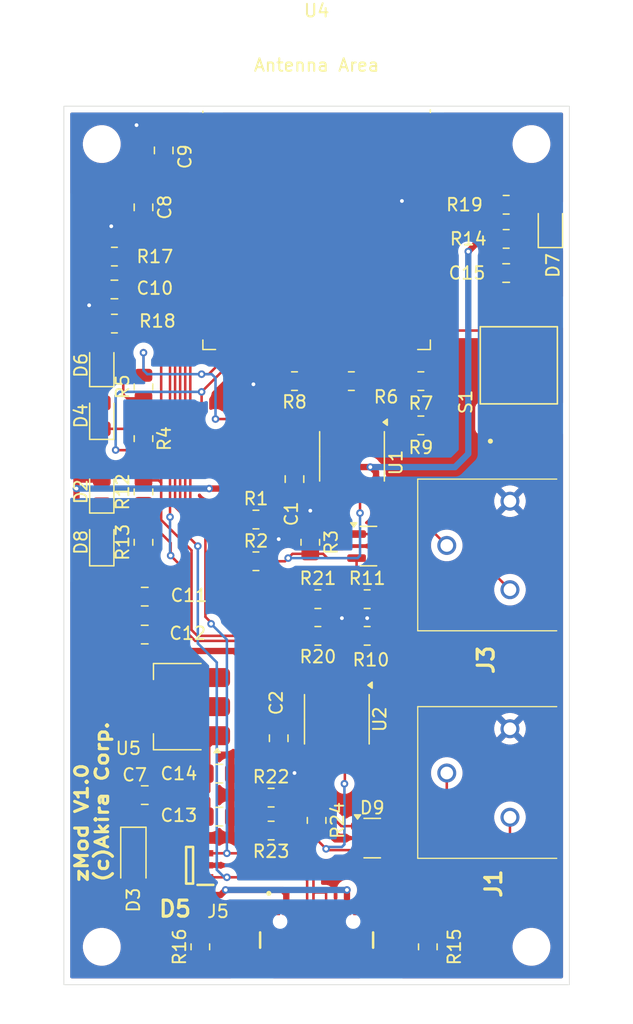
<source format=kicad_pcb>
(kicad_pcb (version 20241229) (generator "pcbnew") (generator_version "9.0")
  (layers (0 "F.Cu" signal) (2 "B.Cu" signal) (13 "F.Paste" user) (15 "B.Paste" user) (5 "F.SilkS" user "F.Silkscreen") (7 "B.SilkS" user "B.Silkscreen") (1 "F.Mask" user) (3 "B.Mask" user) (25 "Edge.Cuts" user))
  (net 0 "")
  (net 1 "GND")
  (net 2 "+5V")
  (net 3 "+3.3V")
  (net 7 "Net-(U4-EN{slash}CHIP_PU)")
  (net 8 "VBUS")
  (net 9 "USB+")
  (net 10 "USB-")
  (net 11 "Net-(U4-GPIO8)")
  (net 12 "Net-(U4-GPIO9)")
  (net 13 "Net-(D7-A)")
  (net 14 "Net-(U4-GPIO23)")
  (net 17 "Net-(J5-CC1)")
  (net 18 "Net-(J5-CC2)")
  (net 20 "Net-(D1-A1)")
  (net 21 "Net-(D1-A2)")
  (net 22 "Net-(D2-K)")
  (net 23 "Net-(D4-K)")
  (net 25 "Net-(D6-K)")
  (net 26 "Net-(D8-K)")
  (net 27 "Net-(D9-A2)")
  (net 28 "Net-(D9-A1)")
  (net 29 "RXD_0")
  (net 30 "TXD_0")
  (net 31 "RTS_0")
  (net 32 "Net-(U1-~{RE})")
  (net 33 "DSR_0")
  (net 34 "Net-(U2-~{RE})")
  (net 35 "DSR_1")
  (net 36 "TXD_1")
  (net 37 "RXD_1")
  (net 38 "RTS_1")
  (footprint "Capacitor_SMD:C_0805_2012Metric" (layer "F.Cu") (at 72.3 163.3)
    (property "Reference" "C14")
    (property "Value" "100nF 25V")
  )
  (footprint "Capacitor_SMD:C_0805_2012Metric" (layer "F.Cu") (at 95 123.7)
    (property "Reference" "C15")
    (property "Value" "100nF 25V")
  )
  (footprint "Resistor_SMD:R_0805_2012Metric" (layer "F.Cu") (at 88.25 132.25)
    (property "Reference" "R7")
    (property "Value" "0R")
  )
  (footprint "Resistor_SMD:R_0805_2012Metric" (layer "F.Cu") (at 80.1 152.4 180)
    (property "Reference" "R20")
    (property "Value" "0R")
  )
  (footprint "Resistor_SMD:R_0805_2012Metric" (layer "F.Cu") (at 75.2 143.2)
    (property "Reference" "R1")
    (property "Value" "10k")
  )
  (footprint "Diode_SMD:D_0805_2012Metric" (layer "F.Cu") (at 98.5 120 90)
    (property "Reference" "D7")
    (property "Value" "Red 1.8V 2mA")
  )
  (footprint "zVMCFootprints:CUI switch SW_TS07-667-30-BK-100-SMT-TR" (layer "F.Cu") (at 96 131 90)
    (property "Reference" "S1")
    (property "Value" "TS07-667-30-BK-100-SMT-TR")
  )
  (footprint "MountingHole:MountingHole_2.5mm" (layer "F.Cu") (at 63 113.5)
    (property "Reference" "REF**")
    (property "Value" "MountingHole_2.5mm")
  )
  (footprint "Resistor_SMD:R_0805_2012Metric" (layer "F.Cu") (at 95 121 180)
    (property "Reference" "R14")
    (property "Value" "10k 1%")
  )
  (footprint "Package_SO:SOIC-8_3.9x4.9mm_P1.27mm" (layer "F.Cu") (at 82.8 138.2 -90)
    (property "Reference" "U1")
    (property "Value" "MAX3485")
  )
  (footprint "Capacitor_SMD:C_0805_2012Metric" (layer "F.Cu") (at 66.4 165 180)
    (property "Reference" "C7")
    (property "Value" "10µF 25V")
  )
  (footprint "Capacitor_SMD:C_0805_2012Metric" (layer "F.Cu") (at 77 160.5 -90)
    (property "Reference" "C2")
    (property "Value" "100nF 25V")
  )
  (footprint "MountingHole:MountingHole_2.5mm" (layer "F.Cu") (at 63 177)
    (property "Reference" "REF**")
    (property "Value" "MountingHole_2.5mm")
  )
  (footprint "Package_TO_SOT_SMD:SOT-23" (layer "F.Cu") (at 84.1 145.3)
    (property "Reference" "D1" (hide yes))
    (property "Value" "CDSOT23-SM712")
  )
  (footprint "Diode_SMD:D_0805_2012Metric_Pad1.15x1.40mm_HandSolder" (layer "F.Cu") (at 63 135 90)
    (property "Reference" "D4")
    (property "Value" "Yellow 1.8V 2mA")
  )
  (footprint "Resistor_SMD:R_0805_2012Metric" (layer "F.Cu") (at 95 118.3)
    (property "Reference" "R19")
    (property "Value" "750R")
  )
  (footprint "Capacitor_SMD:C_0805_2012Metric" (layer "F.Cu") (at 66.3 118.5 -90)
    (property "Reference" "C8")
    (property "Value" "10µF 25V")
  )
  (footprint "Resistor_SMD:R_0805_2012Metric" (layer "F.Cu") (at 76.4 165.2)
    (property "Reference" "R22")
    (property "Value" "10k")
  )
  (footprint "Capacitor_SMD:C_0805_2012Metric" (layer "F.Cu") (at 66.4 149.3 180)
    (property "Reference" "C11")
    (property "Value" "10µF 25V")
  )
  (footprint "Resistor_SMD:R_0805_2012Metric" (layer "F.Cu") (at 66.3 141.0125 90)
    (property "Reference" "R12")
    (property "Value" "330R")
  )
  (footprint "Capacitor_SMD:C_0805_2012Metric" (layer "F.Cu") (at 72.3 166.7)
    (property "Reference" "C13")
    (property "Value" "10µF 25V")
  )
  (footprint "Diode_SMD:D_0805_2012Metric" (layer "F.Cu") (at 63 141 90)
    (property "Reference" "D2")
    (property "Value" "Green 1.8V 2mA")
  )
  (footprint "zVMCFootprints:SOT95P275X110-6N" (layer "F.Cu") (at 69.95 170.55 180)
    (property "Reference" "D5")
    (property "Value" "BZA408B,125" (hide yes))
  )
  (footprint "Resistor_SMD:R_0805_2012Metric" (layer "F.Cu") (at 78.25 132.25 180)
    (property "Reference" "R8")
    (property "Value" "0R")
  )
  (footprint "Resistor_SMD:R_0805_2012Metric" (layer "F.Cu") (at 80 167 -90)
    (property "Reference" "R24")
    (property "Value" "120R")
  )
  (footprint "Resistor_SMD:R_0805_2012Metric" (layer "F.Cu") (at 64 127.7 180)
    (property "Reference" "R18")
    (property "Value" "10k 1%")
  )
  (footprint "Package_TO_SOT_SMD:SOT-23" (layer "F.Cu") (at 84.4 168.4)
    (property "Reference" "D9")
    (property "Value" "CDSOT23-SM712")
  )
  (footprint "Diode_SMD:D_SOD-123" (layer "F.Cu") (at 65.5 169.9 -90)
    (property "Reference" "D3")
    (property "Value" "1N5819HW-7-F")
  )
  (footprint "Resistor_SMD:R_0805_2012Metric" (layer "F.Cu") (at 88.25 135.75)
    (property "Reference" "R9")
    (property "Value" "0R")
  )
  (footprint "Capacitor_SMD:C_0805_2012Metric" (layer "F.Cu") (at 66.4 152.3 180)
    (property "Reference" "C12")
    (property "Value" "100nF 25V")
  )
  (footprint "Resistor_SMD:R_0805_2012Metric" (layer "F.Cu") (at 84 152.4)
    (property "Reference" "R10")
    (property "Value" "0R")
  )
  (footprint "Diode_SMD:D_0805_2012Metric" (layer "F.Cu") (at 63 131 90)
    (property "Reference" "D6")
    (property "Value" "Green 1.8V 2mA")
  )
  (footprint "MountingHole:MountingHole_2.5mm" (layer "F.Cu") (at 97 177)
    (property "Reference" "REF**")
    (property "Value" "MountingHole_2.5mm")
  )
  (footprint "Capacitor_SMD:C_0805_2012Metric" (layer "F.Cu") (at 78.25 140 -90)
    (property "Reference" "C1")
    (property "Value" "100nF 25V")
  )
  (footprint "Resistor_SMD:R_0805_2012Metric" (layer "F.Cu") (at 80.1 149.5)
    (property "Reference" "R21")
    (property "Value" "0R")
  )
  (footprint "MountingHole:MountingHole_2.5mm" (layer "F.Cu") (at 97 113.5)
    (property "Reference" "REF**")
    (property "Value" "MountingHole_2.5mm")
  )
  (footprint "Capacitor_SMD:C_0805_2012Metric" (layer "F.Cu") (at 64 125 180)
    (property "Reference" "C10")
    (property "Value" "1µF 16V")
  )
  (footprint "zVMCFootprints:Phoenix Contact PTSA 3" (layer "F.Cu") (at 94 146 90)
    (property "Reference" "J3")
    (property "Value" "PTSA 1.5/3-3.5-Z" (hide yes))
  )
  (footprint "Diode_SMD:D_0805_2012Metric_Pad1.15x1.40mm_HandSolder" (layer "F.Cu") (at 63 145 90)
    (property "Reference" "D8")
    (property "Value" "Yellow 1.8V 2mA")
  )
  (footprint "Package_SO:SOIC-8_3.9x4.9mm_P1.27mm" (layer "F.Cu") (at 81.6 159 -90)
    (property "Reference" "U2")
    (property "Value" "MAX3485")
  )
  (footprint "Package_TO_SOT_SMD:SOT-223-3_TabPin2" (layer "F.Cu") (at 69 158 180)
    (property "Reference" "U5")
    (property "Value" "MCP1826S-3302E/DB")
  )
  (footprint "Resistor_SMD:R_0805_2012Metric" (layer "F.Cu") (at 66.3 145 90)
    (property "Reference" "R13")
    (property "Value" "750R")
  )
  (footprint "Resistor_SMD:R_0805_2012Metric" (layer "F.Cu") (at 82.75 132.25 180)
    (property "Reference" "R6")
    (property "Value" "0R")
  )
  (footprint "Resistor_SMD:R_0805_2012Metric" (layer "F.Cu") (at 75.2 146.5 180)
    (property "Reference" "R2")
    (property "Value" "10k")
  )
  (footprint "Resistor_SMD:R_0805_2012Metric" (layer "F.Cu") (at 84 149.5)
    (property "Reference" "R11")
    (property "Value" "0R")
  )
  (footprint "Resistor_SMD:R_0805_2012Metric" (layer "F.Cu") (at 76.4 167.8 180)
    (property "Reference" "R23")
    (property "Value" "10k")
  )
  (footprint "zVMCFootprints:GCT_USB4110GFA" (layer "F.Cu") (at 80 175)
    (property "Reference" "J5")
    (property "Value" "USB4110GFA")
  )
  (footprint "Resistor_SMD:R_0805_2012Metric" (layer "F.Cu") (at 70.8 177 90)
    (property "Reference" "R16")
    (property "Value" "5.1k 1%")
  )
  (footprint "Resistor_SMD:R_0805_2012Metric" (layer "F.Cu") (at 66.3 132.7 90)
    (property "Reference" "R5")
    (property "Value" "330R")
  )
  (footprint "zVMCFootprints:ESP32-C6-WROOM-1" (layer "F.Cu") (at 80 120)
    (property "Reference" "U4")
    (property "Value" "ESP32-C6-WROOM-1")
  )
  (footprint "Resistor_SMD:R_0805_2012Metric" (layer "F.Cu") (at 88.8 177 90)
    (property "Reference" "R15")
    (property "Value" "5.1k 1%")
  )
  (footprint "Capacitor_SMD:C_0805_2012Metric" (layer "F.Cu") (at 67.9 114 -90)
    (property "Reference" "C9")
    (property "Value" "100nF 25V")
  )
  (footprint "Resistor_SMD:R_0805_2012Metric" (layer "F.Cu") (at 66.3 136.8 -90)
    (property "Reference" "R4")
    (property "Value" "750R")
  )
  (footprint "Resistor_SMD:R_0805_2012Metric" (layer "F.Cu") (at 64 122.4 180)
    (property "Reference" "R17")
    (property "Value" "10k 1%")
  )
  (footprint "zVMCFootprints:Phoenix Contact PTSA 3" (layer "F.Cu") (at 94 164 90)
    (property "Reference" "J1")
    (property "Value" "PTSA 1.5/3-3.5-Z" (hide yes))
  )
  (footprint "Resistor_SMD:R_0805_2012Metric" (layer "F.Cu") (at 79.5 145 -90)
    (property "Reference" "R3")
    (property "Value" "120R")
  )
  (gr_rect (start 60 110.5) (end 100 180) (stroke (width 0.05)) (fill no) (layer "Edge.Cuts"))
  (gr_text "zMod V1.0\n(c)Akira Corp." (at 63.6 172 90) (layer "F.SilkS") (effects (font (size 1 1.2) (thickness 0.25) (bold yes)) (justify left bottom)))
  (segment (start 84.535 173.925) (end 85.11 174.5) (width 0.5) (layer "F.Cu") (net 1))
  (segment (start 83.2 173.925) (end 84.535 173.925) (width 0.5) (layer "F.Cu") (net 1))
  (segment (start 75.225 173.925) (end 76.8 173.925) (width 0.5) (layer "F.Cu") (net 1))
  (segment (start 74.89 174.26) (end 75.225 173.925) (width 0.5) (layer "F.Cu") (net 1))
  (segment (start 74.89 174.5) (end 74.89 174.26) (width 0.5) (layer "F.Cu") (net 1))
  (via (at 65.75 112) (size 0.6) (drill 0.3) (layers "F.Cu" "B.Cu") (net 1))
  (via (at 82 151) (size 0.6) (drill 0.3) (layers "F.Cu" "B.Cu") (net 1))
  (via (at 84 151) (size 0.6) (drill 0.3) (layers "F.Cu" "B.Cu") (net 1))
  (via (at 77 144.75) (size 0.6) (drill 0.3) (layers "F.Cu" "B.Cu") (net 1))
  (via (at 63.75 120) (size 0.6) (drill 0.3) (layers "F.Cu" "B.Cu") (net 1))
  (via (at 79.5 142.5) (size 0.6) (drill 0.3) (layers "F.Cu" "B.Cu") (net 1))
  (via (at 75 132.5) (size 0.6) (drill 0.3) (layers "F.Cu" "B.Cu") (net 1))
  (via (at 86.75 118) (size 0.6) (drill 0.3) (layers "F.Cu" "B.Cu") (net 1))
  (via (at 78.25 163.25) (size 0.6) (drill 0.3) (layers "F.Cu" "B.Cu") (net 1))
  (via (at 62 126.25) (size 0.6) (drill 0.3) (layers "F.Cu" "B.Cu") (net 1))
  (segment (start 65.5 168.25) (end 66.55 168.25) (width 0.5) (layer "F.Cu") (net 2))
  (segment (start 71.35 161.1) (end 72.15 160.3) (width 0.5) (layer "F.Cu") (net 2))
  (segment (start 71 165) (end 71.35 164.65) (width 0.5) (layer "F.Cu") (net 2))
  (segment (start 66.55 168.25) (end 67.35 167.45) (width 0.5) (layer "F.Cu") (net 2))
  (segment (start 67.35 167.45) (end 67.35 165) (width 0.5) (layer "F.Cu") (net 2))
  (segment (start 71.35 164.65) (end 71.35 163.3) (width 0.5) (layer "F.Cu") (net 2))
  (segment (start 71.35 165.35) (end 71.35 166.7) (width 0.5) (layer "F.Cu") (net 2))
  (segment (start 71.35 163.3) (end 71.35 161.1) (width 0.5) (layer "F.Cu") (net 2))
  (segment (start 67.35 165) (end 71 165) (width 0.5) (layer "F.Cu") (net 2))
  (segment (start 71 165) (end 71.35 165.35) (width 0.5) (layer "F.Cu") (net 2))
  (segment (start 84.25 139.05) (end 84.3 139.05) (width 0.5) (layer "F.Cu") (net 3))
  (segment (start 68.8 149.8) (end 68.3 149.3) (width 0.5) (layer "F.Cu") (net 3))
  (segment (start 68.8 153.3) (end 68.8 149.8) (width 0.5) (layer "F.Cu") (net 3))
  (segment (start 68.3 149.3) (end 67.35 149.3) (width 0.5) (layer "F.Cu") (net 3))
  (segment (start 74.35 159.55) (end 74.3 159.5) (width 0.5) (layer "F.Cu") (net 3))
  (segment (start 61.025 140.0375) (end 61 140.0125) (width 0.5) (layer "F.Cu") (net 3))
  (segment (start 83.505 159.805) (end 83.505 161.475) (width 0.5) (layer "F.Cu") (net 3))
  (segment (start 74.3 159.5) (end 74.2 159.6) (width 0.5) (layer "F.Cu") (net 3))
  (segment (start 61 140.0125) (end 61 143.9) (width 0.5) (layer "F.Cu") (net 3))
  (segment (start 74.2 159.6) (end 74.2 154.3) (width 0.5) (layer "F.Cu") (net 3))
  (segment (start 75.4875 162.3875) (end 74.2 161.1) (width 0.5) (layer "F.Cu") (net 3))
  (segment (start 72.15 155.7) (end 69.4 155.7) (width 0.5) (layer "F.Cu") (net 3))
  (segment (start 61 127.8) (end 61 122.3) (width 0.5) (layer "F.Cu") (net 3))
  (segment (start 74.2875 140.75) (end 74.2875 139.7125) (width 0.5) (layer "F.Cu") (net 3))
  (segment (start 61.075 143.975) (end 61 143.9) (width 0.5) (layer "F.Cu") (net 3))
  (segment (start 67.35 149.4) (end 67.45 149.3) (width 0.5) (layer "F.Cu") (net 3))
  (segment (start 66.3 113.6) (end 66.85 113.05) (width 0.5) (layer "F.Cu") (net 3))
  (segment (start 63 130.0625) (end 61.0375 130.0625) (width 0.5) (layer "F.Cu") (net 3))
  (segment (start 67 147.8) (end 67.35 148.15) (width 0.5) (layer "F.Cu") (net 3))
  (segment (start 63 133.975) (end 61.075 133.975) (width 0.5) (layer "F.Cu") (net 3))
  (segment (start 74.2 154.3) (end 73.5 153.6) (width 0.5) (layer "F.Cu") (net 3))
  (segment (start 83.25 159.55) (end 77 159.55) (width 0.5) (layer "F.Cu") (net 3))
  (segment (start 61.5 147.8) (end 67 147.8) (width 0.5) (layer "F.Cu") (net 3))
  (segment (start 67.35 148.15) (end 67.35 149.3) (width 0.5) (layer "F.Cu") (net 3))
  (segment (start 61 143.9) (end 61 147.3) (width 0.5) (layer "F.Cu") (net 3))
  (segment (start 61.1 127.7) (end 61 127.8) (width 0.5) (layer "F.Cu") (net 3))
  (segment (start 78.25 139.05) (end 84.25 139.05) (width 0.5) (layer "F.Cu") (net 3))
  (segment (start 61 140.0125) (end 61 133.9) (width 0.5) (layer "F.Cu") (net 3))
  (segment (start 84.705 139.455) (end 84.705 140.675) (width 0.5) (layer "F.Cu") (net 3))
  (segment (start 61.0375 130.0625) (end 61 130.1) (width 0.5) (layer "F.Cu") (net 3))
  (segment (start 61 147.3) (end 61.5 147.8) (width 0.5) (layer "F.Cu") (net 3))
  (segment (start 74.2875 143.2) (end 74.2875 140.75) (width 0.5) (layer "F.Cu") (net 3))
  (segment (start 84.3 139.05) (end 84.705 139.455) (width 0.5) (layer "F.Cu") (net 3))
  (segment (start 67.35 152.3) (end 67.35 149.3) (width 0.5) (layer "F.Cu") (net 3))
  (segment (start 66.3 117.55) (end 66.3 113.6) (width 0.5) (layer "F.Cu") (net 3))
  (segment (start 63 143.975) (end 61.075 143.975) (width 0.5) (layer "F.Cu") (net 3))
  (segment (start 74.2875 139.7125) (end 74.95 139.05) (width 0.5) (layer "F.Cu") (net 3))
  (segment (start 73.5 153.6) (end 69.1 153.6) (width 0.5) (layer "F.Cu") (net 3))
  (segment (start 61.075 133.975) (end 61 133.9) (width 0.5) (layer "F.Cu") (net 3))
  (segment (start 93 121) (end 92.75 121.25) (width 0.5) (layer "F.Cu") (net 3))
  (segment (start 74.2 161.1) (end 74.2 159.6) (width 0.5) (layer "F.Cu") (net 3))
  (segment (start 66.85 113.05) (end 67.9 113.05) (width 0.5) (layer "F.Cu") (net 3))
  (segment (start 61 122.3) (end 61 118.2) (width 0.5) (layer "F.Cu") (net 3))
  (segment (start 94.0875 121) (end 93 121) (width 0.5) (layer "F.Cu") (net 3))
  (segment (start 69.1 153.6) (end 68.8 153.3) (width 0.5) (layer "F.Cu") (net 3))
  (segment (start 63.0875 127.7) (end 61.1 127.7) (width 0.5) (layer "F.Cu") (net 3))
  (segment (start 62.7 140.0375) (end 61.025 140.0375) (width 0.5) (layer "F.Cu") (net 3))
  (segment (start 77 159.55) (end 74.35 159.55) (width 0.5) (layer "F.Cu") (net 3))
  (segment (start 67.9 113.05) (end 71.21 113.05) (width 0.5) (layer "F.Cu") (net 3))
  (segment (start 75.4875 165.2) (end 75.4875 162.3875) (width 0.5) (layer "F.Cu") (net 3))
  (segment (start 61.1 122.4) (end 61 122.3) (width 0.5) (layer "F.Cu") (net 3))
  (segment (start 92.75 121.25) (end 92 122) (width 0.5) (layer "F.Cu") (net 3))
  (segment (start 71.21 113.05) (end 71.25 113.01) (width 0.5) (layer "F.Cu") (net 3))
  (segment (start 61 133.9) (end 61 130.1) (width 0.5) (layer "F.Cu") (net 3))
  (segment (start 61 130.1) (end 61 127.8) (width 0.5) (layer "F.Cu") (net 3))
  (segment (start 63.0875 122.4) (end 61.1 122.4) (width 0.5) (layer "F.Cu") (net 3))
  (segment (start 61 118.2) (end 61.65 117.55) (width 0.5) (layer "F.Cu") (net 3))
  (segment (start 61.65 117.55) (end 66.3 117.55) (width 0.5) (layer "F.Cu") (net 3))
  (segment (start 74.2875 140.75) (end 71.5 140.75) (width 0.5) (layer "F.Cu") (net 3))
  (segment (start 67.35 153.65) (end 67.35 152.3) (width 0.5) (layer "F.Cu") (net 3))
  (segment (start 74.95 139.05) (end 78.25 139.05) (width 0.5) (layer "F.Cu") (net 3))
  (segment (start 83.25 159.55) (end 83.505 159.805) (width 0.5) (layer "F.Cu") (net 3))
  (segment (start 69.4 155.7) (end 67.35 153.65) (width 0.5) (layer "F.Cu") (net 3))
  (via (at 71.5 140.75) (size 0.6) (drill 0.3) (layers "F.Cu" "B.Cu") (net 3))
  (via (at 61 140.75) (size 0.6) (drill 0.3) (layers "F.Cu" "B.Cu") (net 3))
  (via (at 84.25 139.05) (size 0.6) (drill 0.3) (layers "F.Cu" "B.Cu") (net 3))
  (via (at 92 122) (size 0.6) (drill 0.3) (layers "F.Cu" "B.Cu") (net 3))
  (segment (start 71.5 140.75) (end 61 140.75) (width 0.5) (layer "B.Cu") (net 3))
  (segment (start 92 138) (end 92 122) (width 0.5) (layer "B.Cu") (net 3))
  (segment (start 90.95 139.05) (end 92 138) (width 0.5) (layer "B.Cu") (net 3))
  (segment (start 84.25 139.05) (end 90.95 139.05) (width 0.5) (layer "B.Cu") (net 3))
  (segment (start 69.4 114.8) (end 69.4 121.8) (width 0.2) (layer "F.Cu") (net 7))
  (segment (start 69.92 114.28) (end 69.4 114.8) (width 0.2) (layer "F.Cu") (net 7))
  (segment (start 69.4 121.8) (end 68.8 122.4) (width 0.2) (layer "F.Cu") (net 7))
  (segment (start 68.8 122.4) (end 64.9125 122.4) (width 0.2) (layer "F.Cu") (net 7))
  (segment (start 64.9125 122.4) (end 64.9125 124.9625) (width 0.2) (layer "F.Cu") (net 7))
  (segment (start 71.25 114.28) (end 69.92 114.28) (width 0.2) (layer "F.Cu") (net 7))
  (segment (start 64.9125 124.9625) (end 64.95 125) (width 0.2) (layer "F.Cu") (net 7))
  (segment (start 82.4 173.925) (end 82.4 172.5) (width 0.5) (layer "F.Cu") (net 8))
  (segment (start 77.3 172.5) (end 77.6 172.8) (width 0.5) (layer "F.Cu") (net 8))
  (segment (start 72.4 172.9) (end 72.8 172.5) (width 0.5) (layer "F.Cu") (net 8))
  (segment (start 65.55 171.5) (end 65.5 171.55) (width 0.5) (layer "F.Cu") (net 8))
  (segment (start 68.7 171.5) (end 68.7 172.5) (width 0.5) (layer "F.Cu") (net 8))
  (segment (start 68.7 171.5) (end 65.55 171.5) (width 0.5) (layer "F.Cu") (net 8))
  (segment (start 68.7 172.5) (end 69.1 172.9) (width 0.5) (layer "F.Cu") (net 8))
  (segment (start 72.8 172.5) (end 77.3 172.5) (width 0.5) (layer "F.Cu") (net 8))
  (segment (start 69.1 172.9) (end 72.4 172.9) (width 0.5) (layer "F.Cu") (net 8))
  (segment (start 77.6 172.8) (end 77.6 173.925) (width 0.5) (layer "F.Cu") (net 8))
  (via (at 82.4 172.5) (size 0.6) (drill 0.3) (layers "F.Cu" "B.Cu") (net 8))
  (via (at 72.8 172.5) (size 0.6) (drill 0.3) (layers "F.Cu" "B.Cu") (net 8))
  (segment (start 82.4 172.5) (end 72.8 172.5) (width 0.5) (layer "B.Cu") (net 8))
  (segment (start 71.25 128.25) (end 69.352 128.25) (width 0.2) (layer "F.Cu") (net 9))
  (segment (start 72.9 169.6) (end 79.5 169.6) (width 0.2) (layer "F.Cu") (net 9))
  (segment (start 79.75 173.925) (end 79.75 172.8) (width 0.2) (layer "F.Cu") (net 9))
  (segment (start 71.65 151.35) (end 71.65 151.45) (width 0.2) (layer "F.Cu") (net 9))
  (segment (start 80.7 172.7) (end 79.85 172.7) (width 0.2) (layer "F.Cu") (net 9))
  (segment (start 69.202 142) (end 71.2 143.998) (width 0.2) (layer "F.Cu") (net 9))
  (segment (start 71.2 143.998) (end 71.2 150.9) (width 0.2) (layer "F.Cu") (net 9))
  (segment (start 80.75 173.925) (end 80.75 172.75) (width 0.2) (layer "F.Cu") (net 9))
  (segment (start 79.75 169.85) (end 79.75 173.925) (width 0.2) (layer "F.Cu") (net 9))
  (segment (start 79.5 169.6) (end 79.75 169.85) (width 0.2) (layer "F.Cu") (net 9))
  (segment (start 71.2 150.9) (end 71.65 151.35) (width 0.2) (layer "F.Cu") (net 9))
  (segment (start 69.202 128.4) (end 69.202 142) (width 0.2) (layer "F.Cu") (net 9))
  (segment (start 80.75 172.75) (end 80.7 172.7) (width 0.2) (layer "F.Cu") (net 9))
  (segment (start 69.352 128.25) (end 69.202 128.4) (width 0.2) (layer "F.Cu") (net 9))
  (segment (start 79.75 172.8) (end 79.85 172.7) (width 0.2) (layer "F.Cu") (net 9))
  (segment (start 71.2 169.6) (end 72.9 169.6) (width 0.2) (layer "F.Cu") (net 9))
  (via (at 72.9 169.6) (size 0.6) (drill 0.3) (layers "F.Cu" "B.Cu") (net 9))
  (via (at 71.65 151.45) (size 0.6) (drill 0.3) (layers "F.Cu" "B.Cu") (net 9))
  (segment (start 71.65 151.45) (end 72.9 152.7) (width 0.2) (layer "B.Cu") (net 9))
  (segment (start 72.9 152.7) (end 72.9 169.6) (width 0.2) (layer "B.Cu") (net 9))
  (segment (start 68.801 142.2) (end 69.5 142.899) (width 0.2) (layer "F.Cu") (net 10))
  (segment (start 79.35 175) (end 80.2 175) (width 0.2) (layer "F.Cu") (net 10))
  (segment (start 72.9 171.5) (end 79 171.5) (width 0.2) (layer "F.Cu") (net 10))
  (segment (start 69.5 144.2) (end 70.6 145.3) (width 0.2) (layer "F.Cu") (net 10))
  (segment (start 79.25 173.925) (end 79.25 174.9) (width 0.2) (layer "F.Cu") (net 10))
  (segment (start 80.25 174.95) (end 80.25 173.925) (width 0.2) (layer "F.Cu") (net 10))
  (segment (start 68.801 127.3) (end 68.801 142.2) (width 0.2) (layer "F.Cu") (net 10))
  (segment (start 79.25 174.9) (end 79.35 175) (width 0.2) (layer "F.Cu") (net 10))
  (segment (start 71.25 126.98) (end 69.121 126.98) (width 0.2) (layer "F.Cu") (net 10))
  (segment (start 71.2 171.5) (end 72.9 171.5) (width 0.2) (layer "F.Cu") (net 10))
  (segment (start 69.5 142.899) (end 69.5 144.2) (width 0.2) (layer "F.Cu") (net 10))
  (segment (start 80.2 175) (end 80.25 174.95) (width 0.2) (layer "F.Cu") (net 10))
  (segment (start 79.25 171.75) (end 79.25 173.925) (width 0.2) (layer "F.Cu") (net 10))
  (segment (start 69.121 126.98) (end 68.801 127.3) (width 0.2) (layer "F.Cu") (net 10))
  (segment (start 79 171.5) (end 79.25 171.75) (width 0.2) (layer "F.Cu") (net 10))
  (via (at 72.9 171.5) (size 0.6) (drill 0.3) (layers "F.Cu" "B.Cu") (net 10))
  (via (at 70.6 145.3) (size 0.6) (drill 0.3) (layers "F.Cu" "B.Cu") (net 10))
  (segment (start 70.6 152.999) (end 72.1 154.499) (width 0.2) (layer "B.Cu") (net 10))
  (segment (start 72.1 154.499) (end 72.1 170.9) (width 0.2) (layer "B.Cu") (net 10))
  (segment (start 70.6 145.3) (end 70.6 152.999) (width 0.2) (layer "B.Cu") (net 10))
  (segment (start 72.7 171.5) (end 72.9 171.5) (width 0.2) (layer "B.Cu") (net 10))
  (segment (start 72.1 170.9) (end 72.7 171.5) (width 0.2) (layer "B.Cu") (net 10))
  (segment (start 66.3 124.4) (end 66.3 127.1) (width 0.2) (layer "F.Cu") (net 11))
  (segment (start 67.53 123.17) (end 66.3 124.4) (width 0.2) (layer "F.Cu") (net 11))
  (segment (start 71.25 123.17) (end 67.53 123.17) (width 0.2) (layer "F.Cu") (net 11))
  (segment (start 66.3 127.1) (end 65.7 127.7) (width 0.2) (layer "F.Cu") (net 11))
  (segment (start 65.7 127.7) (end 64.9125 127.7) (width 0.2) (layer "F.Cu") (net 11))
  (segment (start 94.05 122.45) (end 94.25 122.25) (width 0.2) (layer "F.Cu") (net 12))
  (segment (start 93.25 128.25) (end 88.75 128.25) (width 0.2) (layer "F.Cu") (net 12))
  (segment (start 93.75 126.8) (end 93.75 127.75) (width 0.2) (layer "F.Cu") (net 12))
  (segment (start 95.5 122.25) (end 95.9125 121.8375) (width 0.2) (layer "F.Cu") (net 12))
  (segment (start 93.75 127.75) (end 93.25 128.25) (width 0.2) (layer "F.Cu") (net 12))
  (segment (start 94.05 124.85) (end 93.75 125.15) (width 0.2) (layer "F.Cu") (net 12))
  (segment (start 93.75 125.15) (end 93.75 126.8) (width 0.2) (layer "F.Cu") (net 12))
  (segment (start 94.25 122.25) (end 95.5 122.25) (width 0.2) (layer "F.Cu") (net 12))
  (segment (start 94.0875 123.6625) (end 94.05 123.7) (width 0.2) (layer "F.Cu") (net 12))
  (segment (start 94.05 123.7) (end 94.05 124.85) (width 0.2) (layer "F.Cu") (net 12))
  (segment (start 94.05 123.7) (end 94.05 122.45) (width 0.2) (layer "F.Cu") (net 12))
  (segment (start 95.9125 121.8375) (end 95.9125 121) (width 0.2) (layer "F.Cu") (net 12))
  (segment (start 95.9125 118.3) (end 98.4 118.3) (width 0.2) (layer "F.Cu") (net 13))
  (segment (start 98.5 118.4) (end 98.5 119.0625) (width 0.2) (layer "F.Cu") (net 13))
  (segment (start 98.4 118.3) (end 98.5 118.4) (width 0.2) (layer "F.Cu") (net 13))
  (segment (start 93 118.3) (end 94.0875 118.3) (width 0.2) (layer "F.Cu") (net 14))
  (segment (start 92.7 120.3) (end 92.7 118.6) (width 0.2) (layer "F.Cu") (net 14))
  (segment (start 92.37 120.63) (end 92.7 120.3) (width 0.2) (layer "F.Cu") (net 14))
  (segment (start 92.7 118.6) (end 93 118.3) (width 0.2) (layer "F.Cu") (net 14))
  (segment (start 88.75 120.63) (end 92.37 120.63) (width 0.2) (layer "F.Cu") (net 14))
  (segment (start 78.75 173.925) (end 78.75 175.75) (width 0.2) (layer "F.Cu") (net 17))
  (segment (start 78.75 175.75) (end 78.4125 176.0875) (width 0.2) (layer "F.Cu") (net 17))
  (segment (start 78.4125 176.0875) (end 70.8 176.0875) (width 0.2) (layer "F.Cu") (net 17))
  (segment (start 81.75 173.925) (end 81.75 175.75) (width 0.2) (layer "F.Cu") (net 18))
  (segment (start 81.75 175.75) (end 82.0875 176.0875) (width 0.2) (layer "F.Cu") (net 18))
  (segment (start 82.0875 176.0875) (end 88.8 176.0875) (width 0.2) (layer "F.Cu") (net 18))
  (segment (start 82.25 144.35) (end 83.1625 144.35) (width 0.2) (layer "F.Cu") (net 20))
  (segment (start 89.4 144.35) (end 90.3 145.25) (width 0.2) (layer "F.Cu") (net 20))
  (segment (start 80.9875 144.0875) (end 81.25 144.35) (width 0.2) (layer "F.Cu") (net 20))
  (segment (start 83.1625 144.35) (end 89.4 144.35) (width 0.2) (layer "F.Cu") (net 20))
  (segment (start 81.25 144.35) (end 82.25 144.35) (width 0.2) (layer "F.Cu") (net 20))
  (segment (start 82.165 140.675) (end 82.165 144.265) (width 0.2) (layer "F.Cu") (net 20))
  (segment (start 82.165 144.265) (end 82.25 144.35) (width 0.2) (layer "F.Cu") (net 20))
  (segment (start 77.3 143.2) (end 76.1125 143.2) (width 0.2) (layer "F.Cu") (net 20))
  (segment (start 78.1875 144.0875) (end 77.3 143.2) (width 0.2) (layer "F.Cu") (net 20))
  (segment (start 79.5 144.0875) (end 80.9875 144.0875) (width 0.2) (layer "F.Cu") (net 20))
  (segment (start 79.5 144.0875) (end 78.1875 144.0875) (width 0.2) (layer "F.Cu") (net 20))
  (segment (start 80.85 146.25) (end 80.5125 145.9125) (width 0.2) (layer "F.Cu") (net 21))
  (segment (start 83.8 147.6) (end 91.75 147.6) (width 0.2) (layer "F.Cu") (net 21))
  (segment (start 77.75 146.25) (end 77.5 146.5) (width 0.2) (layer "F.Cu") (net 21))
  (segment (start 91.75 147.6) (end 94.15 147.6) (width 0.2) (layer "F.Cu") (net 21))
  (segment (start 83.435 140.675) (end 83.435 142.685) (width 0.2) (layer "F.Cu") (net 21))
  (segment (start 83.1625 146.9625) (end 83.8 147.6) (width 0.2) (layer "F.Cu") (net 21))
  (segment (start 79.5 145.9125) (end 78.0875 145.9125) (width 0.2) (layer "F.Cu") (net 21))
  (segment (start 83.1625 146.25) (end 80.85 146.25) (width 0.2) (layer "F.Cu") (net 21))
  (segment (start 83.1625 146.25) (end 83.1625 146.9625) (width 0.2) (layer "F.Cu") (net 21))
  (segment (start 79.5 145.9125) (end 80.5125 145.9125) (width 0.2) (layer "F.Cu") (net 21))
  (segment (start 94.15 147.6) (end 95.3 148.75) (width 0.2) (layer "F.Cu") (net 21))
  (segment (start 78.0875 145.9125) (end 77.75 146.25) (width 0.2) (layer "F.Cu") (net 21))
  (segment (start 77.5 146.5) (end 76.1125 146.5) (width 0.2) (layer "F.Cu") (net 21))
  (via (at 83.435 142.685) (size 0.6) (drill 0.3) (layers "F.Cu" "B.Cu") (net 21))
  (via (at 77.75 146.25) (size 0.6) (drill 0.3) (layers "F.Cu" "B.Cu") (net 21))
  (segment (start 83.435 142.685) (end 83.435 146.065) (width 0.2) (layer "B.Cu") (net 21))
  (segment (start 83.5 142.75) (end 83.435 142.685) (width 0.2) (layer "B.Cu") (net 21))
  (segment (start 83.435 146.065) (end 83.25 146.25) (width 0.2) (layer "B.Cu") (net 21))
  (segment (start 83.25 146.25) (end 77.75 146.25) (width 0.2) (layer "B.Cu") (net 21))
  (segment (start 66.2875 141.9125) (end 66.3 141.925) (width 0.2) (layer "F.Cu") (net 22))
  (segment (start 66.225 141.85) (end 66.3 141.925) (width 0.2) (layer "F.Cu") (net 22))
  (segment (start 62.7 141.9125) (end 66.2875 141.9125) (width 0.2) (layer "F.Cu") (net 22))
  (segment (start 63 136.025) (end 66.1625 136.025) (width 0.2) (layer "F.Cu") (net 23))
  (segment (start 66.1625 136.025) (end 66.3 135.8875) (width 0.2) (layer "F.Cu") (net 23))
  (segment (start 64.7 133.3) (end 65.0125 133.6125) (width 0.2) (layer "F.Cu") (net 25))
  (segment (start 64.7 132.2) (end 64.7 133.3) (width 0.2) (layer "F.Cu") (net 25))
  (segment (start 65.0125 133.6125) (end 66.3 133.6125) (width 0.2) (layer "F.Cu") (net 25))
  (segment (start 63 131.9375) (end 64.4375 131.9375) (width 0.2) (layer "F.Cu") (net 25))
  (segment (start 64.4375 131.9375) (end 64.7 132.2) (width 0.2) (layer "F.Cu") (net 25))
  (segment (start 63.1125 145.9125) (end 63 146.025) (width 0.2) (layer "F.Cu") (net 26))
  (segment (start 66.3 145.9125) (end 63.1125 145.9125) (width 0.2) (layer "F.Cu") (net 26))
  (segment (start 66.2875 146.3375) (end 66.3 146.325) (width 0.2) (layer "F.Cu") (net 26))
  (segment (start 95.3 168.7) (end 94.65 169.35) (width 0.2) (layer "F.Cu") (net 27))
  (segment (start 80.75 169.25) (end 80.85 169.35) (width 0.2) (layer "F.Cu") (net 27))
  (segment (start 82.235 164.065) (end 82.235 161.475) (width 0.2) (layer "F.Cu") (net 27))
  (segment (start 82.2 164.1) (end 82.235 164.065) (width 0.2) (layer "F.Cu") (net 27))
  (segment (start 95.3 166.75) (end 95.3 168.7) (width 0.2) (layer "F.Cu") (net 27))
  (segment (start 80 168.5) (end 80.75 169.25) (width 0.2) (layer "F.Cu") (net 27))
  (segment (start 77.3125 167.8) (end 79.8875 167.8) (width 0.2) (layer "F.Cu") (net 27))
  (segment (start 94.65 169.35) (end 83.4625 169.35) (width 0.2) (layer "F.Cu") (net 27))
  (segment (start 80 167.9125) (end 80 168.5) (width 0.2) (layer "F.Cu") (net 27))
  (segment (start 79.8875 167.8) (end 80 167.9125) (width 0.2) (layer "F.Cu") (net 27))
  (segment (start 80.85 169.35) (end 83.4625 169.35) (width 0.2) (layer "F.Cu") (net 27))
  (via (at 80.75 169.25) (size 0.6) (drill 0.3) (layers "F.Cu" "B.Cu") (net 27))
  (via (at 82.2 164.1) (size 0.6) (drill 0.3) (layers "F.Cu" "B.Cu") (net 27))
  (segment (start 82 169.1) (end 82.2 168.9) (width 0.2) (layer "B.Cu") (net 27))
  (segment (start 80.9 169.1) (end 82 169.1) (width 0.2) (layer "B.Cu") (net 27))
  (segment (start 82.2 168.9) (end 82.2 164.1) (width 0.2) (layer "B.Cu") (net 27))
  (segment (start 80.75 169.25) (end 80.9 169.1) (width 0.2) (layer "B.Cu") (net 27))
  (segment (start 90.3 166.8) (end 89.65 167.45) (width 0.2) (layer "F.Cu") (net 28))
  (segment (start 80.965 161.475) (end 80.965 163.635) (width 0.2) (layer "F.Cu") (net 28))
  (segment (start 80 164.6) (end 80 166.0875) (width 0.2) (layer "F.Cu") (net 28))
  (segment (start 90.3 163.25) (end 90.3 166.8) (width 0.2) (layer "F.Cu") (net 28))
  (segment (start 81.95 167.45) (end 83.4625 167.45) (width 0.2) (layer "F.Cu") (net 28))
  (segment (start 79.1125 165.2) (end 80 166.0875) (width 0.2) (layer "F.Cu") (net 28))
  (segment (start 80 166.0875) (end 80.5875 166.0875) (width 0.2) (layer "F.Cu") (net 28))
  (segment (start 80.965 163.635) (end 80 164.6) (width 0.2) (layer "F.Cu") (net 28))
  (segment (start 77.3125 165.2) (end 79.1125 165.2) (width 0.2) (layer "F.Cu") (net 28))
  (segment (start 80.5875 166.0875) (end 81.95 167.45) (width 0.2) (layer "F.Cu") (net 28))
  (segment (start 89.65 167.45) (end 83.4625 167.45) (width 0.2) (layer "F.Cu") (net 28))
  (segment (start 84.25 137.5) (end 71.5 137.5) (width 0.2) (layer "F.Cu") (net 29))
  (segment (start 71.5 137.5) (end 70.9 136.9) (width 0.2) (layer "F.Cu") (net 29))
  (segment (start 88.75 116.82) (end 81.98 116.82) (width 0.2) (layer "F.Cu") (net 29))
  (segment (start 75 121.8) (end 74.3 122.5) (width 0.2) (layer "F.Cu") (net 29))
  (segment (start 74.3 122.5) (end 74.3 129.7) (width 0.2) (layer "F.Cu") (net 29))
  (segment (start 84.705 135.725) (end 84.705 137.045) (width 0.2) (layer "F.Cu") (net 29))
  (segment (start 66.3 137.7125) (end 64.1125 137.7125) (width 0.2) (layer "F.Cu") (net 29))
  (segment (start 81.98 116.82) (end 81.301 117.499) (width 0.2) (layer "F.Cu") (net 29))
  (segment (start 84.705 137.045) (end 84.25 137.5) (width 0.2) (layer "F.Cu") (net 29))
  (segment (start 81.301 117.499) (end 81.301 120.8661) (width 0.2) (layer "F.Cu") (net 29))
  (segment (start 81.301 120.8661) (end 80.3671 121.8) (width 0.2) (layer "F.Cu") (net 29))
  (segment (start 70.9 136.9) (end 70.9 133.1) (width 0.2) (layer "F.Cu") (net 29))
  (segment (start 80.3671 121.8) (end 75 121.8) (width 0.2) (layer "F.Cu") (net 29))
  (segment (start 74.3 129.7) (end 74.05 129.95) (width 0.2) (layer "F.Cu") (net 29))
  (segment (start 64.1125 137.7125) (end 64.1 137.7) (width 0.2) (layer "F.Cu") (net 29))
  (segment (start 70.9 133.1) (end 74.05 129.95) (width 0.2) (layer "F.Cu") (net 29))
  (via (at 64.1 137.7) (size 0.6) (drill 0.3) (layers "F.Cu" "B.Cu") (net 29))
  (via (at 70.9 133.1) (size 0.6) (drill 0.3) (layers "F.Cu" "B.Cu") (net 29))
  (segment (start 64.4 133.1) (end 64.1 133.4) (width 0.2) (layer "B.Cu") (net 29))
  (segment (start 64.1 133.4) (end 64.1 137.7) (width 0.2) (layer "B.Cu") (net 29))
  (segment (start 70.9 133.1) (end 64.4 133.1) (width 0.2) (layer "B.Cu") (net 29))
  (segment (start 80.42 135.25) (end 72 135.25) (width 0.2) (layer "F.Cu") (net 30))
  (segment (start 80.895 135.725) (end 80.42 135.25) (width 0.2) (layer "F.Cu") (net 30))
  (segment (start 80.9 116) (end 80.9 120.7) (width 0.2) (layer "F.Cu") (net 30))
  (segment (start 73.9 129.2671) (end 71.4671 131.7) (width 0.2) (layer "F.Cu") (net 30))
  (segment (start 73.9 122.3) (end 73.9 129.2671) (width 0.2) (layer "F.Cu") (net 30))
  (segment (start 81.35 115.55) (end 80.9 116) (width 0.2) (layer "F.Cu") (net 30))
  (segment (start 88.75 115.55) (end 81.35 115.55) (width 0.2) (layer "F.Cu") (net 30))
  (segment (start 80.9 120.7) (end 80.2 121.4) (width 0.2) (layer "F.Cu") (net 30))
  (segment (start 71.4671 131.7) (end 70.9 131.7) (width 0.2) (layer "F.Cu") (net 30))
  (segment (start 80.2 121.4) (end 74.8 121.4) (width 0.2) (layer "F.Cu") (net 30))
  (segment (start 66.3 131.7875) (end 66.3 130) (width 0.2) (layer "F.Cu") (net 30))
  (segment (start 74.8 121.4) (end 73.9 122.3) (width 0.2) (layer "F.Cu") (net 30))
  (via (at 72 135.25) (size 0.6) (drill 0.3) (layers "F.Cu" "B.Cu") (net 30))
  (via (at 70.9 131.7) (size 0.6) (drill 0.3) (layers "F.Cu" "B.Cu") (net 30))
  (via (at 66.3 130) (size 0.6) (drill 0.3) (layers "F.Cu" "B.Cu") (net 30))
  (segment (start 70.9 131.7) (end 66.6 131.7) (width 0.2) (layer "B.Cu") (net 30))
  (segment (start 70.9 131.7) (end 71.7 131.7) (width 0.2) (layer "B.Cu") (net 30))
  (segment (start 66.6 131.7) (end 66.3 131.4) (width 0.2) (layer "B.Cu") (net 30))
  (segment (start 72 132) (end 72 135.25) (width 0.2) (layer "B.Cu") (net 30))
  (segment (start 71.7 131.7) (end 72 132) (width 0.2) (layer "B.Cu") (net 30))
  (segment (start 66.3 131.4) (end 66.3 130) (width 0.2) (layer "B.Cu") (net 30))
  (segment (start 82.5 130.75) (end 81.8375 131.4125) (width 0.2) (layer "F.Cu") (net 31))
  (segment (start 81.8375 133.8375) (end 81.8375 132.25) (width 0.2) (layer "F.Cu") (net 31))
  (segment (start 88.75 125.71) (end 87.04 125.71) (width 0.2) (layer "F.Cu") (net 31))
  (segment (start 82.165 134.165) (end 81.8375 133.8375) (width 0.2) (layer "F.Cu") (net 31))
  (segment (start 86.5 130.5) (end 86.25 130.75) (width 0.2) (layer "F.Cu") (net 31))
  (segment (start 86.25 130.75) (end 82.5 130.75) (width 0.2) (layer "F.Cu") (net 31))
  (segment (start 81.8375 131.4125) (end 81.8375 132.25) (width 0.2) (layer "F.Cu") (net 31))
  (segment (start 86.5 126.25) (end 86.5 130.5) (width 0.2) (layer "F.Cu") (net 31))
  (segment (start 79.1625 132.25) (end 81.8375 132.25) (width 0.2) (layer "F.Cu") (net 31))
  (segment (start 87.04 125.71) (end 86.5 126.25) (width 0.2) (layer "F.Cu") (net 31))
  (segment (start 82.165 135.725) (end 82.165 134.165) (width 0.2) (layer "F.Cu") (net 31))
  (segment (start 83.6625 132.25) (end 83.6625 134.0875) (width 0.2) (layer "F.Cu") (net 32))
  (segment (start 83.435 135.725) (end 83.435 134.315) (width 0.2) (layer "F.Cu") (net 32))
  (segment (start 83.6625 132.25) (end 87.3375 132.25) (width 0.2) (layer "F.Cu") (net 32))
  (segment (start 83.6625 134.0875) (end 83.435 134.315) (width 0.2) (layer "F.Cu") (net 32))
  (segment (start 87.3375 132.25) (end 87.3375 135.75) (width 0.2) (layer "F.Cu") (net 32))
  (segment (start 87.25 130.75) (end 87 130.5) (width 0.2) (layer "F.Cu") (net 33))
  (segment (start 89 130.75) (end 87.25 130.75) (width 0.2) (layer "F.Cu") (net 33))
  (segment (start 87 127.25) (end 87.27 126.98) (width 0.2) (layer "F.Cu") (net 33))
  (segment (start 87 130.5) (end 87 127.25) (width 0.2) (layer "F.Cu") (net 33))
  (segment (start 89.1625 130.9125) (end 89 130.75) (width 0.2) (layer "F.Cu") (net 33))
  (segment (start 89.1625 132.25) (end 89.1625 130.9125) (width 0.2) (layer "F.Cu") (net 33))
  (segment (start 87.27 126.98) (end 88.75 126.98) (width 0.2) (layer "F.Cu") (net 33))
  (segment (start 83.0875 154.5125) (end 83.0875 152.4) (width 0.2) (layer "F.Cu") (net 34))
  (segment (start 83.0875 152.4) (end 83.0875 149.5) (width 0.2) (layer "F.Cu") (net 34))
  (segment (start 82.235 154.865) (end 82.4 154.7) (width 0.2) (layer "F.Cu") (net 34))
  (segment (start 82.235 156.525) (end 82.235 154.865) (width 0.2) (layer "F.Cu") (net 34))
  (segment (start 81.0125 152.4) (end 83.0875 152.4) (width 0.2) (layer "F.Cu") (net 34))
  (segment (start 82.9 154.7) (end 83.0875 154.5125) (width 0.2) (layer "F.Cu") (net 34))
  (segment (start 82.4 154.7) (end 82.9 154.7) (width 0.2) (layer "F.Cu") (net 34))
  (segment (start 71.25 120.63) (end 72.73 120.63) (width 0.2) (layer "F.Cu") (net 35))
  (segment (start 72.73 120.63) (end 73.3 121.2) (width 0.2) (layer "F.Cu") (net 35))
  (segment (start 70.004 141.6369) (end 72.002 143.6349) (width 0.2) (layer "F.Cu") (net 35))
  (segment (start 85.7 152.4) (end 84.9125 152.4) (width 0.2) (layer "F.Cu") (net 35))
  (segment (start 85.9 152.2) (end 85.7 152.4) (width 0.2) (layer "F.Cu") (net 35))
  (segment (start 70.004 130.597) (end 70.004 141.6369) (width 0.2) (layer "F.Cu") (net 35))
  (segment (start 72.002 143.6349) (end 72.002 146.702) (width 0.2) (layer "F.Cu") (net 35))
  (segment (start 73.3 129.3) (end 72.599 130.001) (width 0.2) (layer "F.Cu") (net 35))
  (segment (start 85.7 148.2) (end 85.9 148.4) (width 0.2) (layer "F.Cu") (net 35))
  (segment (start 85.9 148.4) (end 85.9 152.2) (width 0.2) (layer "F.Cu") (net 35))
  (segment (start 73.3 121.2) (end 73.3 129.3) (width 0.2) (layer "F.Cu") (net 35))
  (segment (start 72.599 130.001) (end 70.6 130.001) (width 0.2) (layer "F.Cu") (net 35))
  (segment (start 73.5 148.2) (end 85.7 148.2) (width 0.2) (layer "F.Cu") (net 35))
  (segment (start 70.6 130.001) (end 70.004 130.597) (width 0.2) (layer "F.Cu") (net 35))
  (segment (start 72.002 146.702) (end 73.5 148.2) (width 0.2) (layer "F.Cu") (net 35))
  (segment (start 75.5 153.8329) (end 75.5 156.4) (width 0.2) (layer "F.Cu") (net 36))
  (segment (start 67.7 140.3) (end 67.7 143.2329) (width 0.2) (layer "F.Cu") (net 36))
  (segment (start 75.625 156.525) (end 79.695 156.525) (width 0.2) (layer "F.Cu") (net 36))
  (segment (start 74.0661 152.399) (end 75.5 153.8329) (width 0.2) (layer "F.Cu") (net 36))
  (segment (start 68.26 124.44) (end 71.25 124.44) (width 0.2) (layer "F.Cu") (net 36))
  (segment (start 70.101 151.9339) (end 70.5661 152.399) (width 0.2) (layer "F.Cu") (net 36))
  (segment (start 67.7 125) (end 68.26 124.44) (width 0.2) (layer "F.Cu") (net 36))
  (segment (start 66.3 140.1) (end 67.5 140.1) (width 0.2) (layer "F.Cu") (net 36))
  (segment (start 70.101 145.6339) (end 70.101 151.9339) (width 0.2) (layer "F.Cu") (net 36))
  (segment (start 70.5661 152.399) (end 74.0661 152.399) (width 0.2) (layer "F.Cu") (net 36))
  (segment (start 67.7 139.6) (end 67.7 125) (width 0.2) (layer "F.Cu") (net 36))
  (segment (start 71.2025 124.4875) (end 71.25 124.44) (width 0.2) (layer "F.Cu") (net 36))
  (segment (start 67.7 139.6) (end 67.7 140.3) (width 0.2) (layer "F.Cu") (net 36))
  (segment (start 67.7 143.2329) (end 70.101 145.6339) (width 0.2) (layer "F.Cu") (net 36))
  (segment (start 75.5 156.4) (end 75.625 156.525) (width 0.2) (layer "F.Cu") (net 36))
  (segment (start 67.5 140.1) (end 67.7 140.3) (width 0.2) (layer "F.Cu") (net 36))
  (segment (start 66.3 144.5) (end 66.9 144.5) (width 0.2) (layer "F.Cu") (net 37))
  (segment (start 69.4 151.8) (end 70.4 152.8) (width 0.2) (layer "F.Cu") (net 37))
  (segment (start 67.4875 144.0875) (end 66.3 144.0875) (width 0.2) (layer "F.Cu") (net 37))
  (segment (start 68.69 125.71) (end 68.4 126) (width 0.2) (layer "F.Cu") (net 37))
  (segment (start 83.2 158.5) (end 83.505 158.195) (width 0.2) (layer "F.Cu") (net 37))
  (segment (start 83.505 158.195) (end 83.505 156.525) (width 0.2) (layer "F.Cu") (net 37))
  (segment (start 69.4 147) (end 69.4 151.8) (width 0.2) (layer "F.Cu") (net 37))
  (segment (start 71.25 125.71) (end 68.69 125.71) (width 0.2) (layer "F.Cu") (net 37))
  (segment (start 75.1 154) (end 75.1 158.2) (width 0.2) (layer "F.Cu") (net 37))
  (segment (start 75.4 158.5) (end 83.2 158.5) (width 0.2) (layer "F.Cu") (net 37))
  (segment (start 68.45 146.05) (end 68.45 145.05) (width 0.2) (layer "F.Cu") (net 37))
  (segment (start 75.1 158.2) (end 75.4 158.5) (width 0.2) (layer "F.Cu") (net 37))
  (segment (start 73.9 152.8) (end 75.1 154) (width 0.2) (layer "F.Cu") (net 37))
  (segment (start 68.45 145.05) (end 67.4875 144.0875) (width 0.2) (layer "F.Cu") (net 37))
  (segment (start 68.4 126) (end 68.4 143) (width 0.2) (layer "F.Cu") (net 37))
  (segment (start 70.4 152.8) (end 73.9 152.8) (width 0.2) (layer "F.Cu") (net 37))
  (segment (start 68.45 146.05) (end 69.4 147) (width 0.2) (layer "F.Cu") (net 37))
  (via (at 68.45 146.05) (size 0.6) (drill 0.3) (layers "F.Cu" "B.Cu") (net 37))
  (via (at 68.4 143) (size 0.6) (drill 0.3) (layers "F.Cu" "B.Cu") (net 37))
  (segment (start 68.4 146) (end 68.4 143) (width 0.2) (layer "B.Cu") (net 37))
  (segment (start 79.6 154.7) (end 79.1875 154.2875) (width 0.2) (layer "F.Cu") (net 38))
  (segment (start 72.9 122.4) (end 72.9 129.1) (width 0.2) (layer "F.Cu") (net 38))
  (segment (start 69.603 141.803) (end 71.601 143.801) (width 0.2) (layer "F.Cu") (net 38))
  (segment (start 72.4 121.9) (end 72.9 122.4) (width 0.2) (layer "F.Cu") (net 38))
  (segment (start 70 129.6) (end 69.603 129.997) (width 0.2) (layer "F.Cu") (net 38))
  (segment (start 80.8 154.7) (end 79.6 154.7) (width 0.2) (layer "F.Cu") (net 38))
  (segment (start 71.25 121.9) (end 72.4 121.9) (width 0.2) (layer "F.Cu") (net 38))
  (segment (start 71.601 143.801) (end 71.601 147.201) (width 0.2) (layer "F.Cu") (net 38))
  (segment (start 72.9 129.1) (end 72.4 129.6) (width 0.2) (layer "F.Cu") (net 38))
  (segment (start 79.1875 154.2875) (end 79.1875 152.4) (width 0.2) (layer "F.Cu") (net 38))
  (segment (start 80.965 156.525) (end 80.965 154.865) (width 0.2) (layer "F.Cu") (net 38))
  (segment (start 80.965 154.865) (end 80.8 154.7) (width 0.2) (layer "F.Cu") (net 38))
  (segment (start 73.9 149.5) (end 79.1875 149.5) (width 0.2) (layer "F.Cu") (net 38))
  (segment (start 71.601 147.201) (end 73.9 149.5) (width 0.2) (layer "F.Cu") (net 38))
  (segment (start 69.603 129.997) (end 69.603 141.803) (width 0.2) (layer "F.Cu") (net 38))
  (segment (start 79.1875 152.4) (end 79.1875 149.5) (width 0.2) (layer "F.Cu") (net 38))
  (segment (start 72.4 129.6) (end 70 129.6) (width 0.2) (layer "F.Cu") (net 38))
  (zone (net 1) (net_name "GND") (layers "F.Cu" "B.Cu") (connect_pads (clearance 0.5)) (min_thickness 0.25) (fill yes (thermal_gap 0.5) (thermal_bridge_width 0.5))
    (polygon (pts (xy 60 111) (xy 100 111) (xy 100 180) (xy 60 180)))
  )
)
</source>
